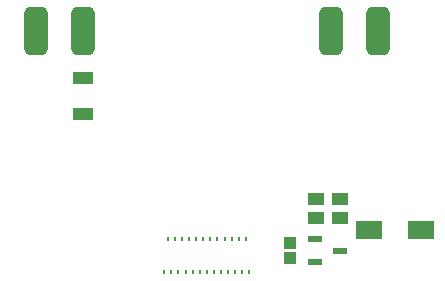
<source format=gtp>
G04*
G04 #@! TF.GenerationSoftware,Altium Limited,Altium Designer,24.3.1 (35)*
G04*
G04 Layer_Color=8421504*
%FSLAX25Y25*%
%MOIN*%
G70*
G04*
G04 #@! TF.SameCoordinates,05016666-B24C-4A64-9E70-BB7523662D9D*
G04*
G04*
G04 #@! TF.FilePolarity,Positive*
G04*
G01*
G75*
%ADD14R,0.00906X0.01732*%
%ADD15R,0.00906X0.01339*%
%ADD16R,0.03937X0.04331*%
%ADD17R,0.05787X0.04016*%
%ADD18R,0.06890X0.03937*%
G04:AMPARAMS|DCode=19|XSize=78.74mil|YSize=161.42mil|CornerRadius=19.68mil|HoleSize=0mil|Usage=FLASHONLY|Rotation=0.000|XOffset=0mil|YOffset=0mil|HoleType=Round|Shape=RoundedRectangle|*
%AMROUNDEDRECTD19*
21,1,0.07874,0.12205,0,0,0.0*
21,1,0.03937,0.16142,0,0,0.0*
1,1,0.03937,0.01968,-0.06102*
1,1,0.03937,-0.01968,-0.06102*
1,1,0.03937,-0.01968,0.06102*
1,1,0.03937,0.01968,0.06102*
%
%ADD19ROUNDEDRECTD19*%
%ADD20R,0.05118X0.02362*%
%ADD21R,0.09055X0.06299*%
D14*
X70472Y2441D02*
D03*
X72835D02*
D03*
X75197D02*
D03*
X77559D02*
D03*
X79921D02*
D03*
X82284D02*
D03*
X84646D02*
D03*
X87008D02*
D03*
X89370D02*
D03*
X91732D02*
D03*
X94095D02*
D03*
X96457D02*
D03*
X98819D02*
D03*
D15*
X71653Y13307D02*
D03*
X74016D02*
D03*
X76378D02*
D03*
X78740D02*
D03*
X81102D02*
D03*
X83465D02*
D03*
X85827D02*
D03*
X88189D02*
D03*
X90551D02*
D03*
X92913D02*
D03*
X95276D02*
D03*
X97638D02*
D03*
D16*
X112500Y12059D02*
D03*
Y6941D02*
D03*
D17*
X121000Y26650D02*
D03*
Y20350D02*
D03*
X129000Y26650D02*
D03*
Y20350D02*
D03*
D18*
X43307Y66905D02*
D03*
Y55094D02*
D03*
D19*
X125984Y82677D02*
D03*
X141732D02*
D03*
X43307D02*
D03*
X27559D02*
D03*
D20*
X129134Y9500D02*
D03*
X120866Y5760D02*
D03*
Y13240D02*
D03*
D21*
X138839Y16500D02*
D03*
X156161D02*
D03*
M02*

</source>
